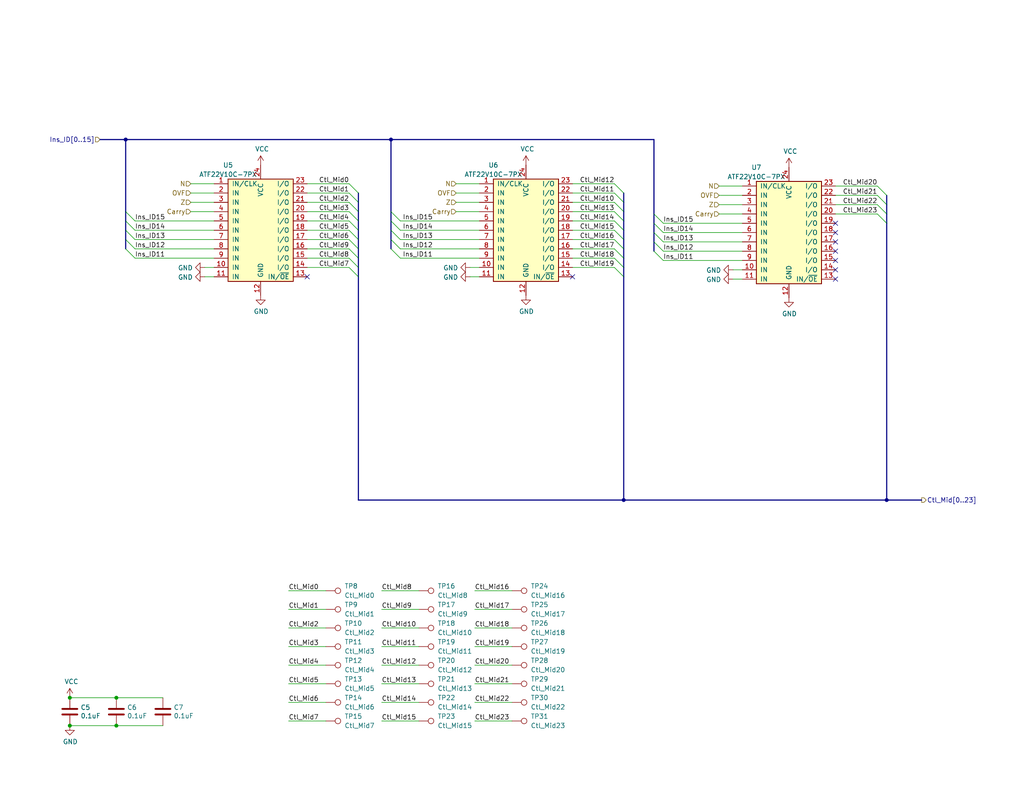
<source format=kicad_sch>
(kicad_sch (version 20230121) (generator eeschema)
  (paper "USLetter")
  (title_block (title "Instruction Decoder") (date "2023-10-29") (rev "D") (comment 4 "Decodes an instruction opcode into an array of control signals."))
  (lib_symbols
    (symbol "Connector:TestPoint" (pin_numbers hide) (pin_names (offset 0.762) hide)
      (property "Reference" "TP" (at 0 6.858 0))
      (property "Value" "TestPoint" (at 0 5.08 0))
      (symbol "TestPoint_0_1"
        (circle (center 0 3.302) (radius 0.762))
      )
      (symbol "TestPoint_1_1"
        (pin passive line (at 0 0 90) (length 2.54) (name "1") (number "1"))
      )
    )
    (symbol "ControlModule-rescue:ATF22V10C-Logic_Programmable" (pin_names (offset 1.016))
      (property "Reference" "U" (at -7.62 17.78 0))
      (property "Value" "ATF22V10C-Logic_Programmable" (at -7.62 15.24 0))
      (symbol "ATF22V10C-Logic_Programmable_1_1"
        (rectangle (start -8.89 -15.24) (end 8.89 12.7) (stroke (width 0.254)) (fill (type background)))
        (pin input line (at -12.7 11.43 0) (length 3.81) (name "IN/CLK") (number "1"))
        (pin input line (at -12.7 -11.43 0) (length 3.81) (name "IN") (number "10"))
        (pin input line (at -12.7 -13.97 0) (length 3.81) (name "IN") (number "11"))
        (pin power_in line (at 0 -19.05 90) (length 3.81) (name "GND") (number "12"))
        (pin input line (at 12.7 -13.97 180) (length 3.81) (name "IN/~{OE}") (number "13"))
        (pin passive line (at 12.7 -11.43 180) (length 3.81) (name "I/O") (number "14"))
        (pin passive line (at 12.7 -8.89 180) (length 3.81) (name "I/O") (number "15"))
        (pin passive line (at 12.7 -6.35 180) (length 3.81) (name "I/O") (number "16"))
        (pin passive line (at 12.7 -3.81 180) (length 3.81) (name "I/O") (number "17"))
        (pin passive line (at 12.7 -1.27 180) (length 3.81) (name "I/O") (number "18"))
        (pin passive line (at 12.7 1.27 180) (length 3.81) (name "I/O") (number "19"))
        (pin input line (at -12.7 8.89 0) (length 3.81) (name "IN") (number "2"))
        (pin passive line (at 12.7 3.81 180) (length 3.81) (name "I/O") (number "20"))
        (pin passive line (at 12.7 6.35 180) (length 3.81) (name "I/O") (number "21"))
        (pin passive line (at 12.7 8.89 180) (length 3.81) (name "I/O") (number "22"))
        (pin passive line (at 12.7 11.43 180) (length 3.81) (name "I/O") (number "23"))
        (pin power_in line (at 0 16.51 270) (length 3.81) (name "VCC") (number "24"))
        (pin input line (at -12.7 6.35 0) (length 3.81) (name "IN") (number "3"))
        (pin input line (at -12.7 3.81 0) (length 3.81) (name "IN") (number "4"))
        (pin input line (at -12.7 1.27 0) (length 3.81) (name "IN") (number "5"))
        (pin input line (at -12.7 -1.27 0) (length 3.81) (name "IN") (number "6"))
        (pin input line (at -12.7 -3.81 0) (length 3.81) (name "IN") (number "7"))
        (pin input line (at -12.7 -6.35 0) (length 3.81) (name "IN") (number "8"))
        (pin input line (at -12.7 -8.89 0) (length 3.81) (name "IN") (number "9"))
      )
    )
    (symbol "Device:C" (pin_numbers hide) (pin_names (offset 0.254))
      (property "Reference" "C" (at 0.635 2.54 0))
      (property "Value" "C" (at 0.635 -2.54 0))
      (symbol "C_0_1"
        (polyline (pts (xy -2.032 -0.762) (xy 2.032 -0.762)) (stroke (width 0.508)))
        (polyline (pts (xy -2.032 0.762) (xy 2.032 0.762)) (stroke (width 0.508)))
      )
      (symbol "C_1_1"
        (pin passive line (at 0 3.81 270) (length 2.794) (name "~") (number "1"))
        (pin passive line (at 0 -3.81 90) (length 2.794) (name "~") (number "2"))
      )
    )
    (symbol "power:GND" (power) (pin_names (offset 0))
      (property "Value" "GND" (at 0 -3.81 0))
      (symbol "GND_0_1"
        (polyline (pts (xy 0 0) (xy 0 -1.27) (xy 1.27 -1.27) (xy 0 -2.54) (xy -1.27 -1.27) (xy 0 -1.27)))
      )
      (symbol "GND_1_1"
        (pin power_in line (at 0 0 270) (length 0) hide (name "GND") (number "1"))
      )
    )
    (symbol "power:VCC" (power) (pin_names (offset 0))
      (property "Value" "VCC" (at 0 3.81 0))
      (symbol "VCC_0_1"
        (polyline (pts (xy -0.762 1.27) (xy 0 2.54)))
        (polyline (pts (xy 0 0) (xy 0 2.54)))
        (polyline (pts (xy 0 2.54) (xy 0.762 1.27)))
      )
      (symbol "VCC_1_1"
        (pin power_in line (at 0 0 90) (length 0) hide (name "VCC") (number "1"))
      )
    )
  )
  (junction (at 19.05 198.12))
  (junction (at 31.75 190.5))
  (junction (at 241.935 136.525))
  (junction (at 34.29 38.1))
  (junction (at 31.75 198.12))
  (junction (at 170.18 136.525))
  (junction (at 106.68 38.1))
  (junction (at 19.05 190.5))
  (no_connect (at 227.965 60.96))
  (no_connect (at 83.82 75.565))
  (no_connect (at 156.21 75.565))
  (no_connect (at 227.965 76.2))
  (no_connect (at 227.965 63.5))
  (no_connect (at 227.965 66.04))
  (no_connect (at 227.965 68.58))
  (no_connect (at 227.965 71.12))
  (no_connect (at 227.965 73.66))
  (bus_entry (at 180.975 60.96) (size -2.54 -2.54))
  (bus_entry (at 109.22 67.945) (size -2.54 -2.54))
  (bus_entry (at 97.79 67.945) (size -2.54 -2.54))
  (bus_entry (at 95.25 70.485) (size 2.54 2.54))
  (bus_entry (at 97.79 62.865) (size -2.54 -2.54))
  (bus_entry (at 109.22 70.485) (size -2.54 -2.54))
  (bus_entry (at 180.975 63.5) (size -2.54 -2.54))
  (bus_entry (at 95.25 67.945) (size 2.54 2.54))
  (bus_entry (at 180.975 66.04) (size -2.54 -2.54))
  (bus_entry (at 241.935 58.42) (size -2.54 -2.54))
  (bus_entry (at 97.79 65.405) (size -2.54 -2.54))
  (bus_entry (at 241.935 53.34) (size -2.54 -2.54))
  (bus_entry (at 241.935 60.96) (size -2.54 -2.54))
  (bus_entry (at 241.935 55.88) (size -2.54 -2.54))
  (bus_entry (at 97.79 60.325) (size -2.54 -2.54))
  (bus_entry (at 180.975 68.58) (size -2.54 -2.54))
  (bus_entry (at 95.25 73.025) (size 2.54 2.54))
  (bus_entry (at 36.83 65.405) (size -2.54 -2.54))
  (bus_entry (at 97.79 52.705) (size -2.54 -2.54))
  (bus_entry (at 36.83 62.865) (size -2.54 -2.54))
  (bus_entry (at 167.64 67.945) (size 2.54 2.54))
  (bus_entry (at 109.22 65.405) (size -2.54 -2.54))
  (bus_entry (at 36.83 60.325) (size -2.54 -2.54))
  (bus_entry (at 170.18 60.325) (size -2.54 -2.54))
  (bus_entry (at 167.64 70.485) (size 2.54 2.54))
  (bus_entry (at 180.975 71.12) (size -2.54 -2.54))
  (bus_entry (at 97.79 55.245) (size -2.54 -2.54))
  (bus_entry (at 109.22 62.865) (size -2.54 -2.54))
  (bus_entry (at 170.18 62.865) (size -2.54 -2.54))
  (bus_entry (at 170.18 67.945) (size -2.54 -2.54))
  (bus_entry (at 36.83 67.945) (size -2.54 -2.54))
  (bus_entry (at 170.18 57.785) (size -2.54 -2.54))
  (bus_entry (at 109.22 60.325) (size -2.54 -2.54))
  (bus_entry (at 167.64 73.025) (size 2.54 2.54))
  (bus_entry (at 170.18 65.405) (size -2.54 -2.54))
  (bus_entry (at 170.18 52.705) (size -2.54 -2.54))
  (bus_entry (at 36.83 70.485) (size -2.54 -2.54))
  (bus_entry (at 97.79 57.785) (size -2.54 -2.54))
  (bus_entry (at 170.18 55.245) (size -2.54 -2.54))
  (wire (pts (xy 83.82 57.785) (xy 95.25 57.785)))
  (wire (pts (xy 124.46 50.165) (xy 130.81 50.165)))
  (wire (pts (xy 78.74 176.53) (xy 88.9 176.53)))
  (bus (pts (xy 170.18 55.245) (xy 170.18 57.785)))
  (wire (pts (xy 104.14 161.29) (xy 114.3 161.29)))
  (wire (pts (xy 44.45 198.12) (xy 31.75 198.12)))
  (bus (pts (xy 34.29 38.1) (xy 34.29 57.785)))
  (wire (pts (xy 156.21 65.405) (xy 167.64 65.405)))
  (bus (pts (xy 106.68 60.325) (xy 106.68 62.865)))
  (wire (pts (xy 129.54 171.45) (xy 139.7 171.45)))
  (bus (pts (xy 241.935 53.34) (xy 241.935 55.88)))
  (wire (pts (xy 202.565 60.96) (xy 180.975 60.96)))
  (wire (pts (xy 156.21 62.865) (xy 167.64 62.865)))
  (wire (pts (xy 58.42 60.325) (xy 36.83 60.325)))
  (bus (pts (xy 106.68 38.1) (xy 106.68 57.785)))
  (bus (pts (xy 170.18 136.525) (xy 241.935 136.525)))
  (bus (pts (xy 97.79 60.325) (xy 97.79 62.865)))
  (bus (pts (xy 34.29 57.785) (xy 34.29 60.325)))
  (wire (pts (xy 31.75 190.5) (xy 44.45 190.5)))
  (bus (pts (xy 170.18 57.785) (xy 170.18 60.325)))
  (wire (pts (xy 36.83 67.945) (xy 58.42 67.945)))
  (bus (pts (xy 241.935 60.96) (xy 241.935 136.525)))
  (wire (pts (xy 156.21 55.245) (xy 167.64 55.245)))
  (wire (pts (xy 83.82 50.165) (xy 95.25 50.165)))
  (wire (pts (xy 109.22 67.945) (xy 130.81 67.945)))
  (wire (pts (xy 52.07 50.165) (xy 58.42 50.165)))
  (wire (pts (xy 124.46 55.245) (xy 130.81 55.245)))
  (wire (pts (xy 180.975 68.58) (xy 202.565 68.58)))
  (wire (pts (xy 78.74 171.45) (xy 88.9 171.45)))
  (wire (pts (xy 52.07 55.245) (xy 58.42 55.245)))
  (wire (pts (xy 78.74 196.85) (xy 88.9 196.85)))
  (bus (pts (xy 97.79 70.485) (xy 97.79 67.945)))
  (wire (pts (xy 196.215 55.88) (xy 202.565 55.88)))
  (bus (pts (xy 178.435 38.1) (xy 178.435 58.42)))
  (bus (pts (xy 178.435 60.96) (xy 178.435 63.5)))
  (bus (pts (xy 97.79 73.025) (xy 97.79 75.565)))
  (wire (pts (xy 129.54 161.29) (xy 139.7 161.29)))
  (wire (pts (xy 227.965 53.34) (xy 239.395 53.34)))
  (wire (pts (xy 83.82 73.025) (xy 95.25 73.025)))
  (wire (pts (xy 83.82 62.865) (xy 95.25 62.865)))
  (wire (pts (xy 196.215 50.8) (xy 202.565 50.8)))
  (wire (pts (xy 156.21 73.025) (xy 167.64 73.025)))
  (wire (pts (xy 104.14 181.61) (xy 114.3 181.61)))
  (wire (pts (xy 200.025 73.66) (xy 202.565 73.66)))
  (wire (pts (xy 180.975 71.12) (xy 202.565 71.12)))
  (bus (pts (xy 34.29 60.325) (xy 34.29 62.865)))
  (wire (pts (xy 78.74 191.77) (xy 88.9 191.77)))
  (wire (pts (xy 124.46 52.705) (xy 130.81 52.705)))
  (bus (pts (xy 170.18 70.485) (xy 170.18 73.025)))
  (bus (pts (xy 170.18 62.865) (xy 170.18 65.405)))
  (wire (pts (xy 104.14 191.77) (xy 114.3 191.77)))
  (wire (pts (xy 200.025 76.2) (xy 202.565 76.2)))
  (wire (pts (xy 129.54 181.61) (xy 139.7 181.61)))
  (wire (pts (xy 202.565 63.5) (xy 180.975 63.5)))
  (wire (pts (xy 83.82 65.405) (xy 95.25 65.405)))
  (wire (pts (xy 83.82 67.945) (xy 95.25 67.945)))
  (wire (pts (xy 180.975 66.04) (xy 202.565 66.04)))
  (wire (pts (xy 156.21 67.945) (xy 167.64 67.945)))
  (wire (pts (xy 124.46 57.785) (xy 130.81 57.785)))
  (wire (pts (xy 104.14 186.69) (xy 114.3 186.69)))
  (wire (pts (xy 109.22 70.485) (xy 130.81 70.485)))
  (bus (pts (xy 34.29 62.865) (xy 34.29 65.405)))
  (bus (pts (xy 170.18 70.485) (xy 170.18 67.945)))
  (wire (pts (xy 52.07 57.785) (xy 58.42 57.785)))
  (wire (pts (xy 196.215 53.34) (xy 202.565 53.34)))
  (bus (pts (xy 106.68 62.865) (xy 106.68 65.405)))
  (wire (pts (xy 156.21 52.705) (xy 167.64 52.705)))
  (wire (pts (xy 129.54 196.85) (xy 139.7 196.85)))
  (wire (pts (xy 31.75 198.12) (xy 19.05 198.12)))
  (bus (pts (xy 178.435 66.04) (xy 178.435 68.58)))
  (wire (pts (xy 227.965 58.42) (xy 239.395 58.42)))
  (bus (pts (xy 97.79 52.705) (xy 97.79 55.245)))
  (bus (pts (xy 106.68 65.405) (xy 106.68 67.945)))
  (bus (pts (xy 170.18 73.025) (xy 170.18 75.565)))
  (wire (pts (xy 78.74 161.29) (xy 88.9 161.29)))
  (wire (pts (xy 109.22 65.405) (xy 130.81 65.405)))
  (wire (pts (xy 36.83 70.485) (xy 58.42 70.485)))
  (wire (pts (xy 83.82 60.325) (xy 95.25 60.325)))
  (bus (pts (xy 27.305 38.1) (xy 34.29 38.1)))
  (bus (pts (xy 97.79 57.785) (xy 97.79 60.325)))
  (wire (pts (xy 104.14 176.53) (xy 114.3 176.53)))
  (wire (pts (xy 129.54 176.53) (xy 139.7 176.53)))
  (wire (pts (xy 129.54 191.77) (xy 139.7 191.77)))
  (bus (pts (xy 170.18 75.565) (xy 170.18 136.525)))
  (bus (pts (xy 97.79 75.565) (xy 97.79 136.525)))
  (bus (pts (xy 241.935 58.42) (xy 241.935 60.96)))
  (bus (pts (xy 34.29 65.405) (xy 34.29 67.945)))
  (wire (pts (xy 55.88 73.025) (xy 58.42 73.025)))
  (wire (pts (xy 196.215 58.42) (xy 202.565 58.42)))
  (bus (pts (xy 97.79 70.485) (xy 97.79 73.025)))
  (wire (pts (xy 78.74 186.69) (xy 88.9 186.69)))
  (wire (pts (xy 156.21 60.325) (xy 167.64 60.325)))
  (bus (pts (xy 241.935 55.88) (xy 241.935 58.42)))
  (wire (pts (xy 78.74 181.61) (xy 88.9 181.61)))
  (bus (pts (xy 170.18 52.705) (xy 170.18 55.245)))
  (wire (pts (xy 128.27 73.025) (xy 130.81 73.025)))
  (wire (pts (xy 83.82 52.705) (xy 95.25 52.705)))
  (bus (pts (xy 97.79 65.405) (xy 97.79 67.945)))
  (bus (pts (xy 106.68 57.785) (xy 106.68 60.325)))
  (wire (pts (xy 104.14 166.37) (xy 114.3 166.37)))
  (wire (pts (xy 19.05 190.5) (xy 31.75 190.5)))
  (wire (pts (xy 156.21 57.785) (xy 167.64 57.785)))
  (bus (pts (xy 178.435 63.5) (xy 178.435 66.04)))
  (bus (pts (xy 170.18 136.525) (xy 97.79 136.525)))
  (bus (pts (xy 34.29 38.1) (xy 106.68 38.1)))
  (wire (pts (xy 129.54 166.37) (xy 139.7 166.37)))
  (wire (pts (xy 36.83 65.405) (xy 58.42 65.405)))
  (bus (pts (xy 170.18 65.405) (xy 170.18 67.945)))
  (bus (pts (xy 106.68 38.1) (xy 178.435 38.1)))
  (bus (pts (xy 170.18 60.325) (xy 170.18 62.865)))
  (wire (pts (xy 55.88 75.565) (xy 58.42 75.565)))
  (wire (pts (xy 83.82 70.485) (xy 95.25 70.485)))
  (wire (pts (xy 104.14 171.45) (xy 114.3 171.45)))
  (bus (pts (xy 97.79 62.865) (xy 97.79 65.405)))
  (bus (pts (xy 97.79 55.245) (xy 97.79 57.785)))
  (wire (pts (xy 104.14 196.85) (xy 114.3 196.85)))
  (wire (pts (xy 78.74 166.37) (xy 88.9 166.37)))
  (wire (pts (xy 227.965 50.8) (xy 239.395 50.8)))
  (wire (pts (xy 128.27 75.565) (xy 130.81 75.565)))
  (wire (pts (xy 130.81 60.325) (xy 109.22 60.325)))
  (wire (pts (xy 156.21 70.485) (xy 167.64 70.485)))
  (wire (pts (xy 83.82 55.245) (xy 95.25 55.245)))
  (wire (pts (xy 129.54 186.69) (xy 139.7 186.69)))
  (bus (pts (xy 241.935 136.525) (xy 251.46 136.525)))
  (wire (pts (xy 58.42 62.865) (xy 36.83 62.865)))
  (wire (pts (xy 227.965 55.88) (xy 239.395 55.88)))
  (bus (pts (xy 178.435 58.42) (xy 178.435 60.96)))
  (wire (pts (xy 52.07 52.705) (xy 58.42 52.705)))
  (wire (pts (xy 156.21 50.165) (xy 167.64 50.165)))
  (wire (pts (xy 130.81 62.865) (xy 109.22 62.865)))
  (label "Ctl_Mid13" (at 104.14 186.69 0))
  (label "Ctl_Mid9" (at 104.14 166.37 0))
  (label "Ctl_Mid0" (at 95.25 50.165 180))
  (label "Ctl_Mid11" (at 167.64 52.705 180))
  (label "Ctl_Mid4" (at 95.25 60.325 180))
  (label "Ctl_Mid17" (at 129.54 166.37 0))
  (label "Ins_ID12" (at 180.975 68.58 0))
  (label "Ctl_Mid22" (at 129.54 191.77 0))
  (label "Ins_ID13" (at 36.83 65.405 0))
  (label "Ins_ID15" (at 36.83 60.325 0))
  (label "Ins_ID13" (at 109.855 65.405 0))
  (label "Ctl_Mid2" (at 78.74 171.45 0))
  (label "Ctl_Mid23" (at 129.54 196.85 0))
  (label "Ctl_Mid14" (at 167.64 60.325 180))
  (label "Ctl_Mid19" (at 129.54 176.53 0))
  (label "Ctl_Mid18" (at 167.64 70.485 180))
  (label "Ctl_Mid2" (at 95.25 55.245 180))
  (label "Ctl_Mid11" (at 104.14 176.53 0))
  (label "Ctl_Mid4" (at 78.74 181.61 0))
  (label "Ctl_Mid14" (at 104.14 191.77 0))
  (label "Ctl_Mid13" (at 167.64 57.785 180))
  (label "Ins_ID11" (at 180.975 71.12 0))
  (label "Ctl_Mid22" (at 239.395 55.88 180))
  (label "Ins_ID14" (at 36.83 62.865 0))
  (label "Ins_ID13" (at 180.975 66.04 0))
  (label "Ctl_Mid10" (at 104.14 171.45 0))
  (label "Ins_ID15" (at 109.855 60.325 0))
  (label "Ctl_Mid5" (at 95.25 62.865 180))
  (label "Ctl_Mid3" (at 95.25 57.785 180))
  (label "Ctl_Mid23" (at 239.395 58.42 180))
  (label "Ins_ID11" (at 36.83 70.485 0))
  (label "Ins_ID12" (at 109.855 67.945 0))
  (label "Ctl_Mid20" (at 129.54 181.61 0))
  (label "Ctl_Mid3" (at 78.74 176.53 0))
  (label "Ctl_Mid9" (at 95.25 67.945 180))
  (label "Ctl_Mid10" (at 167.64 55.245 180))
  (label "Ctl_Mid16" (at 129.54 161.29 0))
  (label "Ctl_Mid7" (at 78.74 196.85 0))
  (label "Ctl_Mid17" (at 167.64 67.945 180))
  (label "Ctl_Mid20" (at 239.395 50.8 180))
  (label "Ins_ID12" (at 36.83 67.945 0))
  (label "Ins_ID14" (at 180.975 63.5 0))
  (label "Ctl_Mid8" (at 104.14 161.29 0))
  (label "Ctl_Mid15" (at 104.14 196.85 0))
  (label "Ctl_Mid18" (at 129.54 171.45 0))
  (label "Ctl_Mid0" (at 78.74 161.29 0))
  (label "Ctl_Mid7" (at 95.25 73.025 180))
  (label "Ctl_Mid12" (at 104.14 181.61 0))
  (label "Ctl_Mid8" (at 95.25 70.485 180))
  (label "Ctl_Mid1" (at 95.25 52.705 180))
  (label "Ctl_Mid16" (at 167.64 65.405 180))
  (label "Ins_ID14" (at 109.855 62.865 0))
  (label "Ctl_Mid12" (at 167.64 50.165 180))
  (label "Ctl_Mid1" (at 78.74 166.37 0))
  (label "Ctl_Mid6" (at 78.74 191.77 0))
  (label "Ins_ID11" (at 109.855 70.485 0))
  (label "Ctl_Mid15" (at 167.64 62.865 180))
  (label "Ins_ID15" (at 180.975 60.96 0))
  (label "Ctl_Mid21" (at 129.54 186.69 0))
  (label "Ctl_Mid6" (at 95.25 65.405 180))
  (label "Ctl_Mid21" (at 239.395 53.34 180))
  (label "Ctl_Mid5" (at 78.74 186.69 0))
  (label "Ctl_Mid19" (at 167.64 73.025 180))
  (hierarchical_label "Z" (shape input) (at 124.46 55.245 180))
  (hierarchical_label "OVF" (shape input) (at 124.46 52.705 180))
  (hierarchical_label "N" (shape input) (at 196.215 50.8 180))
  (hierarchical_label "Ins_ID[0..15]" (shape input) (at 27.305 38.1 180))
  (hierarchical_label "Ctl_Mid[0..23]" (shape output) (at 251.46 136.525 0))
  (hierarchical_label "Carry" (shape input) (at 124.46 57.785 180))
  (hierarchical_label "N" (shape input) (at 52.07 50.165 180))
  (hierarchical_label "N" (shape input) (at 124.46 50.165 180))
  (hierarchical_label "Carry" (shape input) (at 196.215 58.42 180))
  (hierarchical_label "Carry" (shape input) (at 52.07 57.785 180))
  (hierarchical_label "OVF" (shape input) (at 52.07 52.705 180))
  (hierarchical_label "Z" (shape input) (at 52.07 55.245 180))
  (hierarchical_label "OVF" (shape input) (at 196.215 53.34 180))
  (hierarchical_label "Z" (shape input) (at 196.215 55.88 180))
  (symbol (lib_id "power:GND") (at 55.88 75.565 270) (unit 1)
    (property "Reference" "#PWR023" (effects hide))
    (property "Value" "GND" (at 52.6288 75.692 90) (effects (justify right)))
  )
  (symbol (lib_id "power:GND") (at 55.88 73.025 270) (unit 1)
    (property "Reference" "#PWR022" (effects hide))
    (property "Value" "GND" (at 52.6288 73.152 90) (effects (justify right)))
  )
  (symbol (lib_id "Device:C") (at 19.05 194.31 0) (unit 1)
    (property "Reference" "C5" (at 21.971 193.1416 0) (effects (justify left)))
    (property "Value" "0.1uF" (at 21.971 195.453 0) (effects (justify left)))
    (property "Footprint" "Capacitor_SMD:C_0603_1608Metric_Pad1.08x0.95mm_HandSolder" (effects hide))
    (property "Mouser" "https://www.mouser.com/ProductDetail/963-EMK107B7104KAHT" (effects hide))
  )
  (symbol (lib_id "Device:C") (at 31.75 194.31 0) (unit 1)
    (property "Reference" "C6" (at 34.671 193.1416 0) (effects (justify left)))
    (property "Value" "0.1uF" (at 34.671 195.453 0) (effects (justify left)))
    (property "Footprint" "Capacitor_SMD:C_0603_1608Metric_Pad1.08x0.95mm_HandSolder" (effects hide))
    (property "Mouser" "https://www.mouser.com/ProductDetail/963-EMK107B7104KAHT" (effects hide))
  )
  (symbol (lib_id "power:GND") (at 19.05 198.12 0) (unit 1)
    (property "Reference" "#PWR021" (effects hide))
    (property "Value" "GND" (at 19.177 202.5142 0))
  )
  (symbol (lib_id "power:VCC") (at 19.05 190.5 0) (unit 1)
    (property "Reference" "#PWR020" (effects hide))
    (property "Value" "VCC" (at 19.4818 186.1058 0))
  )
  (symbol (lib_id "power:VCC") (at 71.12 45.085 0) (unit 1)
    (property "Reference" "#PWR024" (effects hide))
    (property "Value" "VCC" (at 71.501 40.6908 0))
  )
  (symbol (lib_id "power:GND") (at 71.12 80.645 0) (unit 1)
    (property "Reference" "#PWR025" (effects hide))
    (property "Value" "GND" (at 71.247 85.0392 0))
  )
  (symbol (lib_id "Device:C") (at 44.45 194.31 0) (unit 1)
    (property "Reference" "C7" (at 47.371 193.1416 0) (effects (justify left)))
    (property "Value" "0.1uF" (at 47.371 195.453 0) (effects (justify left)))
    (property "Footprint" "Capacitor_SMD:C_0603_1608Metric_Pad1.08x0.95mm_HandSolder" (effects hide))
    (property "Mouser" "https://www.mouser.com/ProductDetail/963-EMK107B7104KAHT" (effects hide))
  )
  (symbol (lib_id "power:VCC") (at 143.51 45.085 0) (unit 1)
    (property "Reference" "#PWR028" (effects hide))
    (property "Value" "VCC" (at 143.891 40.6908 0))
  )
  (symbol (lib_id "power:GND") (at 143.51 80.645 0) (unit 1)
    (property "Reference" "#PWR029" (effects hide))
    (property "Value" "GND" (at 143.637 85.0392 0))
  )
  (symbol (lib_id "power:VCC") (at 215.265 45.72 0) (unit 1)
    (property "Reference" "#PWR032" (effects hide))
    (property "Value" "VCC" (at 215.646 41.3258 0))
  )
  (symbol (lib_id "power:GND") (at 215.265 81.28 0) (unit 1)
    (property "Reference" "#PWR033" (effects hide))
    (property "Value" "GND" (at 215.392 85.6742 0))
  )
  (symbol (lib_id "Connector:TestPoint") (at 88.9 171.45 270) (unit 1)
    (property "Reference" "TP10" (at 93.98 170.1799 90) (effects (justify left)))
    (property "Value" "Ctl_Mid2" (at 93.98 172.7199 90) (effects (justify left)))
    (property "Footprint" "TestPoint:TestPoint_Pad_D1.0mm" (effects hide))
  )
  (symbol (lib_id "ControlModule-rescue:ATF22V10C-Logic_Programmable") (at 215.265 62.23 0) (unit 1)
    (property "Reference" "U7" (at 206.375 45.72 0))
    (property "Value" "ATF22V10C-7PX" (at 206.375 48.26 0))
    (property "Footprint" "Package_DIP:DIP-24_W7.62mm_Socket" (effects hide))
    (property "Datasheet" "https://www.mouser.com/datasheet/2/268/doc0735-1369018.pdf" (effects hide))
    (property "Mouser" "https://www.mouser.com/ProductDetail/Microchip-Technology-Atmel/ATF22V10C-7PX?qs=%2Fha2pyFadugqFuTUlWvkuaZr7DXQ8Rnu3dOZcKuoHGuPC51te6MYUw%3D%3D" (effects hide))
  )
  (symbol (lib_id "Connector:TestPoint") (at 139.7 181.61 270) (unit 1)
    (property "Reference" "TP28" (at 144.78 180.3399 90) (effects (justify left)))
    (property "Value" "Ctl_Mid20" (at 144.78 182.8799 90) (effects (justify left)))
    (property "Footprint" "TestPoint:TestPoint_Pad_D1.0mm" (effects hide))
  )
  (symbol (lib_id "Connector:TestPoint") (at 88.9 161.29 270) (unit 1)
    (property "Reference" "TP8" (at 93.98 160.0199 90) (effects (justify left)))
    (property "Value" "Ctl_Mid0" (at 93.98 162.5599 90) (effects (justify left)))
    (property "Footprint" "TestPoint:TestPoint_Pad_D1.0mm" (effects hide))
  )
  (symbol (lib_id "power:GND") (at 200.025 73.66 270) (unit 1)
    (property "Reference" "#PWR030" (effects hide))
    (property "Value" "GND" (at 196.7738 73.787 90) (effects (justify right)))
  )
  (symbol (lib_id "Connector:TestPoint") (at 88.9 181.61 270) (unit 1)
    (property "Reference" "TP12" (at 93.98 180.3399 90) (effects (justify left)))
    (property "Value" "Ctl_Mid4" (at 93.98 182.8799 90) (effects (justify left)))
    (property "Footprint" "TestPoint:TestPoint_Pad_D1.0mm" (effects hide))
  )
  (symbol (lib_id "Connector:TestPoint") (at 139.7 186.69 270) (unit 1)
    (property "Reference" "TP29" (at 144.78 185.4199 90) (effects (justify left)))
    (property "Value" "Ctl_Mid21" (at 144.78 187.9599 90) (effects (justify left)))
    (property "Footprint" "TestPoint:TestPoint_Pad_D1.0mm" (effects hide))
  )
  (symbol (lib_id "Connector:TestPoint") (at 139.7 161.29 270) (unit 1)
    (property "Reference" "TP24" (at 144.78 160.0199 90) (effects (justify left)))
    (property "Value" "Ctl_Mid16" (at 144.78 162.5599 90) (effects (justify left)))
    (property "Footprint" "TestPoint:TestPoint_Pad_D1.0mm" (effects hide))
  )
  (symbol (lib_id "Connector:TestPoint") (at 114.3 161.29 270) (unit 1)
    (property "Reference" "TP16" (at 119.38 160.0199 90) (effects (justify left)))
    (property "Value" "Ctl_Mid8" (at 119.38 162.5599 90) (effects (justify left)))
    (property "Footprint" "TestPoint:TestPoint_Pad_D1.0mm" (effects hide))
  )
  (symbol (lib_id "ControlModule-rescue:ATF22V10C-Logic_Programmable") (at 71.12 61.595 0) (unit 1)
    (property "Reference" "U5" (at 62.23 45.085 0))
    (property "Value" "ATF22V10C-7PX" (at 62.23 47.625 0))
    (property "Footprint" "Package_DIP:DIP-24_W7.62mm_Socket" (effects hide))
    (property "Datasheet" "https://www.mouser.com/datasheet/2/268/doc0735-1369018.pdf" (effects hide))
    (property "Mouser" "https://www.mouser.com/ProductDetail/Microchip-Technology-Atmel/ATF22V10C-7PX?qs=%2Fha2pyFadugqFuTUlWvkuaZr7DXQ8Rnu3dOZcKuoHGuPC51te6MYUw%3D%3D" (effects hide))
  )
  (symbol (lib_id "Connector:TestPoint") (at 139.7 191.77 270) (unit 1)
    (property "Reference" "TP30" (at 144.78 190.4999 90) (effects (justify left)))
    (property "Value" "Ctl_Mid22" (at 144.78 193.0399 90) (effects (justify left)))
    (property "Footprint" "TestPoint:TestPoint_Pad_D1.0mm" (effects hide))
  )
  (symbol (lib_id "Connector:TestPoint") (at 114.3 171.45 270) (unit 1)
    (property "Reference" "TP18" (at 119.38 170.1799 90) (effects (justify left)))
    (property "Value" "Ctl_Mid10" (at 119.38 172.7199 90) (effects (justify left)))
    (property "Footprint" "TestPoint:TestPoint_Pad_D1.0mm" (effects hide))
  )
  (symbol (lib_id "power:GND") (at 200.025 76.2 270) (unit 1)
    (property "Reference" "#PWR031" (effects hide))
    (property "Value" "GND" (at 196.7738 76.327 90) (effects (justify right)))
  )
  (symbol (lib_id "Connector:TestPoint") (at 114.3 166.37 270) (unit 1)
    (property "Reference" "TP17" (at 119.38 165.0999 90) (effects (justify left)))
    (property "Value" "Ctl_Mid9" (at 119.38 167.6399 90) (effects (justify left)))
    (property "Footprint" "TestPoint:TestPoint_Pad_D1.0mm" (effects hide))
  )
  (symbol (lib_id "Connector:TestPoint") (at 88.9 191.77 270) (unit 1)
    (property "Reference" "TP14" (at 93.98 190.4999 90) (effects (justify left)))
    (property "Value" "Ctl_Mid6" (at 93.98 193.0399 90) (effects (justify left)))
    (property "Footprint" "TestPoint:TestPoint_Pad_D1.0mm" (effects hide))
  )
  (symbol (lib_id "power:GND") (at 128.27 73.025 270) (unit 1)
    (property "Reference" "#PWR026" (effects hide))
    (property "Value" "GND" (at 125.0188 73.152 90) (effects (justify right)))
  )
  (symbol (lib_id "Connector:TestPoint") (at 139.7 166.37 270) (unit 1)
    (property "Reference" "TP25" (at 144.78 165.0999 90) (effects (justify left)))
    (property "Value" "Ctl_Mid17" (at 144.78 167.6399 90) (effects (justify left)))
    (property "Footprint" "TestPoint:TestPoint_Pad_D1.0mm" (effects hide))
  )
  (symbol (lib_id "Connector:TestPoint") (at 88.9 176.53 270) (unit 1)
    (property "Reference" "TP11" (at 93.98 175.2599 90) (effects (justify left)))
    (property "Value" "Ctl_Mid3" (at 93.98 177.7999 90) (effects (justify left)))
    (property "Footprint" "TestPoint:TestPoint_Pad_D1.0mm" (effects hide))
  )
  (symbol (lib_id "Connector:TestPoint") (at 139.7 196.85 270) (unit 1)
    (property "Reference" "TP31" (at 144.78 195.5799 90) (effects (justify left)))
    (property "Value" "Ctl_Mid23" (at 144.78 198.1199 90) (effects (justify left)))
    (property "Footprint" "TestPoint:TestPoint_Pad_D1.0mm" (effects hide))
  )
  (symbol (lib_id "Connector:TestPoint") (at 114.3 181.61 270) (unit 1)
    (property "Reference" "TP20" (at 119.38 180.3399 90) (effects (justify left)))
    (property "Value" "Ctl_Mid12" (at 119.38 182.8799 90) (effects (justify left)))
    (property "Footprint" "TestPoint:TestPoint_Pad_D1.0mm" (effects hide))
  )
  (symbol (lib_id "Connector:TestPoint") (at 114.3 196.85 270) (unit 1)
    (property "Reference" "TP23" (at 119.38 195.5799 90) (effects (justify left)))
    (property "Value" "Ctl_Mid15" (at 119.38 198.1199 90) (effects (justify left)))
    (property "Footprint" "TestPoint:TestPoint_Pad_D1.0mm" (effects hide))
  )
  (symbol (lib_id "Connector:TestPoint") (at 88.9 186.69 270) (unit 1)
    (property "Reference" "TP13" (at 93.98 185.4199 90) (effects (justify left)))
    (property "Value" "Ctl_Mid5" (at 93.98 187.9599 90) (effects (justify left)))
    (property "Footprint" "TestPoint:TestPoint_Pad_D1.0mm" (effects hide))
  )
  (symbol (lib_id "Connector:TestPoint") (at 88.9 166.37 270) (unit 1)
    (property "Reference" "TP9" (at 93.98 165.0999 90) (effects (justify left)))
    (property "Value" "Ctl_Mid1" (at 93.98 167.6399 90) (effects (justify left)))
    (property "Footprint" "TestPoint:TestPoint_Pad_D1.0mm" (effects hide))
  )
  (symbol (lib_id "Connector:TestPoint") (at 114.3 176.53 270) (unit 1)
    (property "Reference" "TP19" (at 119.38 175.2599 90) (effects (justify left)))
    (property "Value" "Ctl_Mid11" (at 119.38 177.7999 90) (effects (justify left)))
    (property "Footprint" "TestPoint:TestPoint_Pad_D1.0mm" (effects hide))
  )
  (symbol (lib_id "Connector:TestPoint") (at 139.7 171.45 270) (unit 1)
    (property "Reference" "TP26" (at 144.78 170.1799 90) (effects (justify left)))
    (property "Value" "Ctl_Mid18" (at 144.78 172.7199 90) (effects (justify left)))
    (property "Footprint" "TestPoint:TestPoint_Pad_D1.0mm" (effects hide))
  )
  (symbol (lib_id "power:GND") (at 128.27 75.565 270) (unit 1)
    (property "Reference" "#PWR027" (effects hide))
    (property "Value" "GND" (at 125.0188 75.692 90) (effects (justify right)))
  )
  (symbol (lib_id "Connector:TestPoint") (at 88.9 196.85 270) (unit 1)
    (property "Reference" "TP15" (at 93.98 195.5799 90) (effects (justify left)))
    (property "Value" "Ctl_Mid7" (at 93.98 198.1199 90) (effects (justify left)))
    (property "Footprint" "TestPoint:TestPoint_Pad_D1.0mm" (effects hide))
  )
  (symbol (lib_id "Connector:TestPoint") (at 139.7 176.53 270) (unit 1)
    (property "Reference" "TP27" (at 144.78 175.2599 90) (effects (justify left)))
    (property "Value" "Ctl_Mid19" (at 144.78 177.7999 90) (effects (justify left)))
    (property "Footprint" "TestPoint:TestPoint_Pad_D1.0mm" (effects hide))
  )
  (symbol (lib_id "Connector:TestPoint") (at 114.3 191.77 270) (unit 1)
    (property "Reference" "TP22" (at 119.38 190.4999 90) (effects (justify left)))
    (property "Value" "Ctl_Mid14" (at 119.38 193.0399 90) (effects (justify left)))
    (property "Footprint" "TestPoint:TestPoint_Pad_D1.0mm" (effects hide))
  )
  (symbol (lib_id "ControlModule-rescue:ATF22V10C-Logic_Programmable") (at 143.51 61.595 0) (unit 1)
    (property "Reference" "U6" (at 134.62 45.085 0))
    (property "Value" "ATF22V10C-7PX" (at 134.62 47.625 0))
    (property "Footprint" "Package_DIP:DIP-24_W7.62mm_Socket" (effects hide))
    (property "Datasheet" "https://www.mouser.com/datasheet/2/268/doc0735-1369018.pdf" (effects hide))
    (property "Mouser" "https://www.mouser.com/ProductDetail/Microchip-Technology-Atmel/ATF22V10C-7PX?qs=%2Fha2pyFadugqFuTUlWvkuaZr7DXQ8Rnu3dOZcKuoHGuPC51te6MYUw%3D%3D" (effects hide))
  )
  (symbol (lib_id "Connector:TestPoint") (at 114.3 186.69 270) (unit 1)
    (property "Reference" "TP21" (at 119.38 185.4199 90) (effects (justify left)))
    (property "Value" "Ctl_Mid13" (at 119.38 187.9599 90) (effects (justify left)))
    (property "Footprint" "TestPoint:TestPoint_Pad_D1.0mm" (effects hide))
  )
)
</source>
